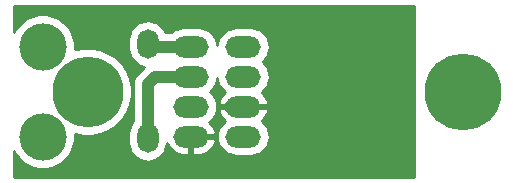
<source format=gbr>
G04 #@! TF.GenerationSoftware,KiCad,Pcbnew,5.1.5+dfsg1-2build2*
G04 #@! TF.CreationDate,2022-10-31T13:26:34+01:00*
G04 #@! TF.ProjectId,DHTBreakout,44485442-7265-4616-9b6f-75742e6b6963,rev?*
G04 #@! TF.SameCoordinates,Original*
G04 #@! TF.FileFunction,Copper,L1,Top*
G04 #@! TF.FilePolarity,Positive*
%FSLAX46Y46*%
G04 Gerber Fmt 4.6, Leading zero omitted, Abs format (unit mm)*
G04 Created by KiCad (PCBNEW 5.1.5+dfsg1-2build2) date 2022-10-31 13:26:34*
%MOMM*%
%LPD*%
G04 APERTURE LIST*
%ADD10O,3.000000X1.800000*%
%ADD11C,6.000000*%
%ADD12C,4.000000*%
%ADD13C,6.500000*%
%ADD14C,0.800000*%
%ADD15O,1.800000X2.500000*%
%ADD16C,1.000000*%
%ADD17C,0.254000*%
G04 APERTURE END LIST*
D10*
X64255000Y-37690000D03*
X64255000Y-40230000D03*
X64255000Y-42770000D03*
X64255000Y-45310000D03*
D11*
X55500000Y-41500000D03*
D12*
X51690000Y-37690000D03*
X51690000Y-45310000D03*
D13*
X87250000Y-41500000D03*
D14*
X85000000Y-41500000D03*
X85659010Y-39909010D03*
X88840990Y-43090990D03*
X87250000Y-43750000D03*
X87250000Y-39250000D03*
X88840990Y-39909010D03*
X85659010Y-43090990D03*
X89500000Y-41500000D03*
D15*
X60580000Y-37445000D03*
X60580000Y-45445000D03*
D10*
X68700000Y-37690000D03*
X68700000Y-40230000D03*
X68700000Y-42770000D03*
X68700000Y-45310000D03*
D16*
X67565000Y-42770000D02*
X68200000Y-42770000D01*
X63755000Y-45310000D02*
X65025000Y-45310000D01*
X63755000Y-45310000D02*
X64940000Y-45310000D01*
X60580000Y-40865000D02*
X60580000Y-45945000D01*
X63755000Y-40230000D02*
X61215000Y-40230000D01*
X61215000Y-40230000D02*
X60580000Y-40865000D01*
X61325000Y-37690000D02*
X60580000Y-36945000D01*
X63755000Y-37690000D02*
X61325000Y-37690000D01*
D17*
G36*
X83123000Y-48748000D02*
G01*
X49252000Y-48748000D01*
X49252000Y-46550142D01*
X49273364Y-46601719D01*
X49571801Y-47048361D01*
X49951639Y-47428199D01*
X50398281Y-47726636D01*
X50894563Y-47932203D01*
X51421414Y-48037000D01*
X51958586Y-48037000D01*
X52485437Y-47932203D01*
X52981719Y-47726636D01*
X53428361Y-47428199D01*
X53808199Y-47048361D01*
X54106636Y-46601719D01*
X54312203Y-46105437D01*
X54417000Y-45578586D01*
X54417000Y-45084594D01*
X55132923Y-45227000D01*
X55867077Y-45227000D01*
X56587126Y-45083773D01*
X57265396Y-44802824D01*
X57875824Y-44394950D01*
X58394950Y-43875824D01*
X58802824Y-43265396D01*
X59083773Y-42587126D01*
X59227000Y-41867077D01*
X59227000Y-41132923D01*
X59083773Y-40412874D01*
X58802824Y-39734604D01*
X58394950Y-39124176D01*
X57875824Y-38605050D01*
X57265396Y-38197176D01*
X56587126Y-37916227D01*
X55867077Y-37773000D01*
X55132923Y-37773000D01*
X54417000Y-37915406D01*
X54417000Y-37421414D01*
X54336175Y-37015075D01*
X58953000Y-37015075D01*
X58953000Y-37874924D01*
X58976542Y-38113947D01*
X59069575Y-38420637D01*
X59220654Y-38703285D01*
X59423971Y-38951029D01*
X59671714Y-39154346D01*
X59954362Y-39305425D01*
X60261052Y-39398458D01*
X60306460Y-39402930D01*
X60304761Y-39405000D01*
X59755000Y-39954761D01*
X59708183Y-39993183D01*
X59554851Y-40180018D01*
X59440916Y-40393177D01*
X59370755Y-40624467D01*
X59353000Y-40804733D01*
X59353000Y-40804740D01*
X59347065Y-40865000D01*
X59353000Y-40925260D01*
X59353001Y-44025449D01*
X59220654Y-44186714D01*
X59069575Y-44469362D01*
X58976542Y-44776052D01*
X58953000Y-45015075D01*
X58953000Y-45874924D01*
X58976542Y-46113947D01*
X59069575Y-46420637D01*
X59220654Y-46703285D01*
X59423971Y-46951029D01*
X59671714Y-47154346D01*
X59954362Y-47305425D01*
X60261052Y-47398458D01*
X60580000Y-47429872D01*
X60898947Y-47398458D01*
X61205637Y-47305425D01*
X61488285Y-47154346D01*
X61736029Y-46951029D01*
X61939346Y-46703286D01*
X62090425Y-46420638D01*
X62183458Y-46113948D01*
X62207000Y-45874925D01*
X62207000Y-45823437D01*
X62308138Y-46057204D01*
X62479790Y-46305606D01*
X62696604Y-46515748D01*
X62950249Y-46679554D01*
X63230977Y-46790729D01*
X63528000Y-46845000D01*
X64128000Y-46845000D01*
X64128000Y-45437000D01*
X64382000Y-45437000D01*
X64382000Y-46845000D01*
X64982000Y-46845000D01*
X65279023Y-46790729D01*
X65559751Y-46679554D01*
X65813396Y-46515748D01*
X66030210Y-46305606D01*
X66201862Y-46057204D01*
X66321755Y-45780087D01*
X66346036Y-45674740D01*
X66225378Y-45437000D01*
X64382000Y-45437000D01*
X64128000Y-45437000D01*
X64108000Y-45437000D01*
X64108000Y-45310000D01*
X66465128Y-45310000D01*
X66496542Y-45628948D01*
X66589575Y-45935638D01*
X66740654Y-46218286D01*
X66943971Y-46466029D01*
X67191714Y-46669346D01*
X67474362Y-46820425D01*
X67781052Y-46913458D01*
X68020075Y-46937000D01*
X69379925Y-46937000D01*
X69618948Y-46913458D01*
X69925638Y-46820425D01*
X70208286Y-46669346D01*
X70456029Y-46466029D01*
X70659346Y-46218286D01*
X70810425Y-45935638D01*
X70903458Y-45628948D01*
X70934872Y-45310000D01*
X70903458Y-44991052D01*
X70810425Y-44684362D01*
X70659346Y-44401714D01*
X70456029Y-44153971D01*
X70247465Y-43982807D01*
X70258396Y-43975748D01*
X70475210Y-43765606D01*
X70646862Y-43517204D01*
X70766755Y-43240087D01*
X70791036Y-43134740D01*
X70670378Y-42897000D01*
X68827000Y-42897000D01*
X68827000Y-42917000D01*
X68573000Y-42917000D01*
X68573000Y-42897000D01*
X66729622Y-42897000D01*
X66608964Y-43134740D01*
X66633245Y-43240087D01*
X66753138Y-43517204D01*
X66924790Y-43765606D01*
X67141604Y-43975748D01*
X67152535Y-43982807D01*
X66943971Y-44153971D01*
X66740654Y-44401714D01*
X66589575Y-44684362D01*
X66496542Y-44991052D01*
X66465128Y-45310000D01*
X64108000Y-45310000D01*
X64108000Y-45183000D01*
X64128000Y-45183000D01*
X64128000Y-45163000D01*
X64382000Y-45163000D01*
X64382000Y-45183000D01*
X66225378Y-45183000D01*
X66346036Y-44945260D01*
X66321755Y-44839913D01*
X66201862Y-44562796D01*
X66030210Y-44314394D01*
X65813396Y-44104252D01*
X65802465Y-44097193D01*
X66011029Y-43926029D01*
X66214346Y-43678286D01*
X66365425Y-43395638D01*
X66458458Y-43088948D01*
X66489872Y-42770000D01*
X66458458Y-42451052D01*
X66365425Y-42144362D01*
X66214346Y-41861714D01*
X66011029Y-41613971D01*
X65872155Y-41500000D01*
X66011029Y-41386029D01*
X66214346Y-41138286D01*
X66365425Y-40855638D01*
X66458458Y-40548948D01*
X66477500Y-40355614D01*
X66496542Y-40548948D01*
X66589575Y-40855638D01*
X66740654Y-41138286D01*
X66943971Y-41386029D01*
X67152535Y-41557193D01*
X67141604Y-41564252D01*
X66924790Y-41774394D01*
X66753138Y-42022796D01*
X66633245Y-42299913D01*
X66608964Y-42405260D01*
X66729622Y-42643000D01*
X68573000Y-42643000D01*
X68573000Y-42623000D01*
X68827000Y-42623000D01*
X68827000Y-42643000D01*
X70670378Y-42643000D01*
X70791036Y-42405260D01*
X70766755Y-42299913D01*
X70646862Y-42022796D01*
X70475210Y-41774394D01*
X70258396Y-41564252D01*
X70247465Y-41557193D01*
X70456029Y-41386029D01*
X70659346Y-41138286D01*
X70810425Y-40855638D01*
X70903458Y-40548948D01*
X70934872Y-40230000D01*
X70903458Y-39911052D01*
X70810425Y-39604362D01*
X70659346Y-39321714D01*
X70456029Y-39073971D01*
X70317155Y-38960000D01*
X70456029Y-38846029D01*
X70659346Y-38598286D01*
X70810425Y-38315638D01*
X70903458Y-38008948D01*
X70934872Y-37690000D01*
X70903458Y-37371052D01*
X70810425Y-37064362D01*
X70659346Y-36781714D01*
X70456029Y-36533971D01*
X70208286Y-36330654D01*
X69925638Y-36179575D01*
X69618948Y-36086542D01*
X69379925Y-36063000D01*
X68020075Y-36063000D01*
X67781052Y-36086542D01*
X67474362Y-36179575D01*
X67191714Y-36330654D01*
X66943971Y-36533971D01*
X66740654Y-36781714D01*
X66589575Y-37064362D01*
X66496542Y-37371052D01*
X66477500Y-37564386D01*
X66458458Y-37371052D01*
X66365425Y-37064362D01*
X66214346Y-36781714D01*
X66011029Y-36533971D01*
X65763286Y-36330654D01*
X65480638Y-36179575D01*
X65173948Y-36086542D01*
X64934925Y-36063000D01*
X63575075Y-36063000D01*
X63336052Y-36086542D01*
X63029362Y-36179575D01*
X62746714Y-36330654D01*
X62585450Y-36463000D01*
X62087024Y-36463000D01*
X61939346Y-36186714D01*
X61736029Y-35938971D01*
X61488286Y-35735654D01*
X61205638Y-35584575D01*
X60898948Y-35491542D01*
X60580000Y-35460128D01*
X60261053Y-35491542D01*
X59954363Y-35584575D01*
X59671715Y-35735654D01*
X59423971Y-35938971D01*
X59220654Y-36186714D01*
X59069575Y-36469362D01*
X58976542Y-36776052D01*
X58953000Y-37015075D01*
X54336175Y-37015075D01*
X54312203Y-36894563D01*
X54106636Y-36398281D01*
X53808199Y-35951639D01*
X53428361Y-35571801D01*
X52981719Y-35273364D01*
X52485437Y-35067797D01*
X51958586Y-34963000D01*
X51421414Y-34963000D01*
X50894563Y-35067797D01*
X50398281Y-35273364D01*
X49951639Y-35571801D01*
X49571801Y-35951639D01*
X49273364Y-36398281D01*
X49252000Y-36449858D01*
X49252000Y-34252000D01*
X83123000Y-34252000D01*
X83123000Y-48748000D01*
G37*
X83123000Y-48748000D02*
X49252000Y-48748000D01*
X49252000Y-46550142D01*
X49273364Y-46601719D01*
X49571801Y-47048361D01*
X49951639Y-47428199D01*
X50398281Y-47726636D01*
X50894563Y-47932203D01*
X51421414Y-48037000D01*
X51958586Y-48037000D01*
X52485437Y-47932203D01*
X52981719Y-47726636D01*
X53428361Y-47428199D01*
X53808199Y-47048361D01*
X54106636Y-46601719D01*
X54312203Y-46105437D01*
X54417000Y-45578586D01*
X54417000Y-45084594D01*
X55132923Y-45227000D01*
X55867077Y-45227000D01*
X56587126Y-45083773D01*
X57265396Y-44802824D01*
X57875824Y-44394950D01*
X58394950Y-43875824D01*
X58802824Y-43265396D01*
X59083773Y-42587126D01*
X59227000Y-41867077D01*
X59227000Y-41132923D01*
X59083773Y-40412874D01*
X58802824Y-39734604D01*
X58394950Y-39124176D01*
X57875824Y-38605050D01*
X57265396Y-38197176D01*
X56587126Y-37916227D01*
X55867077Y-37773000D01*
X55132923Y-37773000D01*
X54417000Y-37915406D01*
X54417000Y-37421414D01*
X54336175Y-37015075D01*
X58953000Y-37015075D01*
X58953000Y-37874924D01*
X58976542Y-38113947D01*
X59069575Y-38420637D01*
X59220654Y-38703285D01*
X59423971Y-38951029D01*
X59671714Y-39154346D01*
X59954362Y-39305425D01*
X60261052Y-39398458D01*
X60306460Y-39402930D01*
X60304761Y-39405000D01*
X59755000Y-39954761D01*
X59708183Y-39993183D01*
X59554851Y-40180018D01*
X59440916Y-40393177D01*
X59370755Y-40624467D01*
X59353000Y-40804733D01*
X59353000Y-40804740D01*
X59347065Y-40865000D01*
X59353000Y-40925260D01*
X59353001Y-44025449D01*
X59220654Y-44186714D01*
X59069575Y-44469362D01*
X58976542Y-44776052D01*
X58953000Y-45015075D01*
X58953000Y-45874924D01*
X58976542Y-46113947D01*
X59069575Y-46420637D01*
X59220654Y-46703285D01*
X59423971Y-46951029D01*
X59671714Y-47154346D01*
X59954362Y-47305425D01*
X60261052Y-47398458D01*
X60580000Y-47429872D01*
X60898947Y-47398458D01*
X61205637Y-47305425D01*
X61488285Y-47154346D01*
X61736029Y-46951029D01*
X61939346Y-46703286D01*
X62090425Y-46420638D01*
X62183458Y-46113948D01*
X62207000Y-45874925D01*
X62207000Y-45823437D01*
X62308138Y-46057204D01*
X62479790Y-46305606D01*
X62696604Y-46515748D01*
X62950249Y-46679554D01*
X63230977Y-46790729D01*
X63528000Y-46845000D01*
X64128000Y-46845000D01*
X64128000Y-45437000D01*
X64382000Y-45437000D01*
X64382000Y-46845000D01*
X64982000Y-46845000D01*
X65279023Y-46790729D01*
X65559751Y-46679554D01*
X65813396Y-46515748D01*
X66030210Y-46305606D01*
X66201862Y-46057204D01*
X66321755Y-45780087D01*
X66346036Y-45674740D01*
X66225378Y-45437000D01*
X64382000Y-45437000D01*
X64128000Y-45437000D01*
X64108000Y-45437000D01*
X64108000Y-45310000D01*
X66465128Y-45310000D01*
X66496542Y-45628948D01*
X66589575Y-45935638D01*
X66740654Y-46218286D01*
X66943971Y-46466029D01*
X67191714Y-46669346D01*
X67474362Y-46820425D01*
X67781052Y-46913458D01*
X68020075Y-46937000D01*
X69379925Y-46937000D01*
X69618948Y-46913458D01*
X69925638Y-46820425D01*
X70208286Y-46669346D01*
X70456029Y-46466029D01*
X70659346Y-46218286D01*
X70810425Y-45935638D01*
X70903458Y-45628948D01*
X70934872Y-45310000D01*
X70903458Y-44991052D01*
X70810425Y-44684362D01*
X70659346Y-44401714D01*
X70456029Y-44153971D01*
X70247465Y-43982807D01*
X70258396Y-43975748D01*
X70475210Y-43765606D01*
X70646862Y-43517204D01*
X70766755Y-43240087D01*
X70791036Y-43134740D01*
X70670378Y-42897000D01*
X68827000Y-42897000D01*
X68827000Y-42917000D01*
X68573000Y-42917000D01*
X68573000Y-42897000D01*
X66729622Y-42897000D01*
X66608964Y-43134740D01*
X66633245Y-43240087D01*
X66753138Y-43517204D01*
X66924790Y-43765606D01*
X67141604Y-43975748D01*
X67152535Y-43982807D01*
X66943971Y-44153971D01*
X66740654Y-44401714D01*
X66589575Y-44684362D01*
X66496542Y-44991052D01*
X66465128Y-45310000D01*
X64108000Y-45310000D01*
X64108000Y-45183000D01*
X64128000Y-45183000D01*
X64128000Y-45163000D01*
X64382000Y-45163000D01*
X64382000Y-45183000D01*
X66225378Y-45183000D01*
X66346036Y-44945260D01*
X66321755Y-44839913D01*
X66201862Y-44562796D01*
X66030210Y-44314394D01*
X65813396Y-44104252D01*
X65802465Y-44097193D01*
X66011029Y-43926029D01*
X66214346Y-43678286D01*
X66365425Y-43395638D01*
X66458458Y-43088948D01*
X66489872Y-42770000D01*
X66458458Y-42451052D01*
X66365425Y-42144362D01*
X66214346Y-41861714D01*
X66011029Y-41613971D01*
X65872155Y-41500000D01*
X66011029Y-41386029D01*
X66214346Y-41138286D01*
X66365425Y-40855638D01*
X66458458Y-40548948D01*
X66477500Y-40355614D01*
X66496542Y-40548948D01*
X66589575Y-40855638D01*
X66740654Y-41138286D01*
X66943971Y-41386029D01*
X67152535Y-41557193D01*
X67141604Y-41564252D01*
X66924790Y-41774394D01*
X66753138Y-42022796D01*
X66633245Y-42299913D01*
X66608964Y-42405260D01*
X66729622Y-42643000D01*
X68573000Y-42643000D01*
X68573000Y-42623000D01*
X68827000Y-42623000D01*
X68827000Y-42643000D01*
X70670378Y-42643000D01*
X70791036Y-42405260D01*
X70766755Y-42299913D01*
X70646862Y-42022796D01*
X70475210Y-41774394D01*
X70258396Y-41564252D01*
X70247465Y-41557193D01*
X70456029Y-41386029D01*
X70659346Y-41138286D01*
X70810425Y-40855638D01*
X70903458Y-40548948D01*
X70934872Y-40230000D01*
X70903458Y-39911052D01*
X70810425Y-39604362D01*
X70659346Y-39321714D01*
X70456029Y-39073971D01*
X70317155Y-38960000D01*
X70456029Y-38846029D01*
X70659346Y-38598286D01*
X70810425Y-38315638D01*
X70903458Y-38008948D01*
X70934872Y-37690000D01*
X70903458Y-37371052D01*
X70810425Y-37064362D01*
X70659346Y-36781714D01*
X70456029Y-36533971D01*
X70208286Y-36330654D01*
X69925638Y-36179575D01*
X69618948Y-36086542D01*
X69379925Y-36063000D01*
X68020075Y-36063000D01*
X67781052Y-36086542D01*
X67474362Y-36179575D01*
X67191714Y-36330654D01*
X66943971Y-36533971D01*
X66740654Y-36781714D01*
X66589575Y-37064362D01*
X66496542Y-37371052D01*
X66477500Y-37564386D01*
X66458458Y-37371052D01*
X66365425Y-37064362D01*
X66214346Y-36781714D01*
X66011029Y-36533971D01*
X65763286Y-36330654D01*
X65480638Y-36179575D01*
X65173948Y-36086542D01*
X64934925Y-36063000D01*
X63575075Y-36063000D01*
X63336052Y-36086542D01*
X63029362Y-36179575D01*
X62746714Y-36330654D01*
X62585450Y-36463000D01*
X62087024Y-36463000D01*
X61939346Y-36186714D01*
X61736029Y-35938971D01*
X61488286Y-35735654D01*
X61205638Y-35584575D01*
X60898948Y-35491542D01*
X60580000Y-35460128D01*
X60261053Y-35491542D01*
X59954363Y-35584575D01*
X59671715Y-35735654D01*
X59423971Y-35938971D01*
X59220654Y-36186714D01*
X59069575Y-36469362D01*
X58976542Y-36776052D01*
X58953000Y-37015075D01*
X54336175Y-37015075D01*
X54312203Y-36894563D01*
X54106636Y-36398281D01*
X53808199Y-35951639D01*
X53428361Y-35571801D01*
X52981719Y-35273364D01*
X52485437Y-35067797D01*
X51958586Y-34963000D01*
X51421414Y-34963000D01*
X50894563Y-35067797D01*
X50398281Y-35273364D01*
X49951639Y-35571801D01*
X49571801Y-35951639D01*
X49273364Y-36398281D01*
X49252000Y-36449858D01*
X49252000Y-34252000D01*
X83123000Y-34252000D01*
X83123000Y-48748000D01*
M02*

</source>
